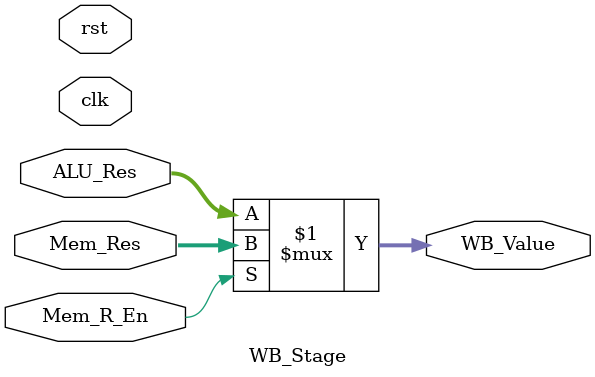
<source format=v>
module WB_Stage
(
    input clk, rst, Mem_R_En,
    input [31:0] ALU_Res, Mem_Res,
    
    output [31:0] WB_Value
);

    assign WB_Value = Mem_R_En ? Mem_Res : ALU_Res;
    
endmodule

</source>
